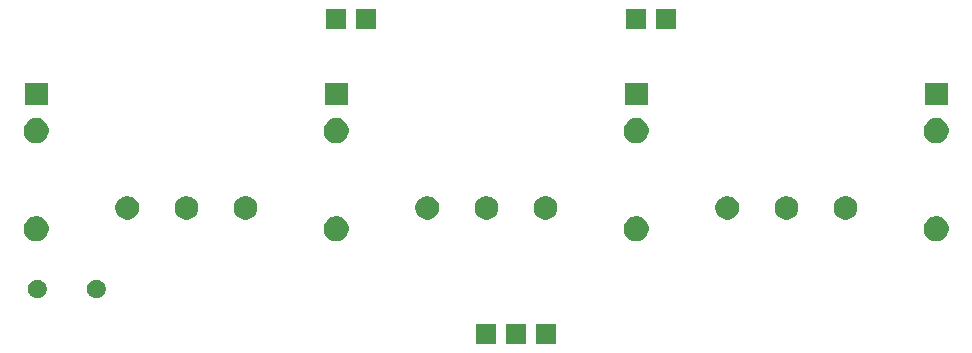
<source format=gbr>
G04 #@! TF.GenerationSoftware,KiCad,Pcbnew,(5.0.2)-1*
G04 #@! TF.CreationDate,2019-05-02T00:13:42-05:00*
G04 #@! TF.ProjectId,vcaControl,76636143-6f6e-4747-926f-6c2e6b696361,rev?*
G04 #@! TF.SameCoordinates,Original*
G04 #@! TF.FileFunction,Soldermask,Bot*
G04 #@! TF.FilePolarity,Negative*
%FSLAX46Y46*%
G04 Gerber Fmt 4.6, Leading zero omitted, Abs format (unit mm)*
G04 Created by KiCad (PCBNEW (5.0.2)-1) date 5/2/2019 12:13:42 AM*
%MOMM*%
%LPD*%
G01*
G04 APERTURE LIST*
%ADD10C,0.100000*%
G04 APERTURE END LIST*
D10*
G36*
X138010000Y-124040000D02*
X136310000Y-124040000D01*
X136310000Y-122340000D01*
X138010000Y-122340000D01*
X138010000Y-124040000D01*
X138010000Y-124040000D01*
G37*
G36*
X143090000Y-124040000D02*
X141390000Y-124040000D01*
X141390000Y-122340000D01*
X143090000Y-122340000D01*
X143090000Y-124040000D01*
X143090000Y-124040000D01*
G37*
G36*
X140550000Y-124040000D02*
X138850000Y-124040000D01*
X138850000Y-122340000D01*
X140550000Y-122340000D01*
X140550000Y-124040000D01*
X140550000Y-124040000D01*
G37*
G36*
X99373352Y-118610743D02*
X99518941Y-118671048D01*
X99649973Y-118758601D01*
X99761399Y-118870027D01*
X99848952Y-119001059D01*
X99909257Y-119146648D01*
X99940000Y-119301205D01*
X99940000Y-119458795D01*
X99909257Y-119613352D01*
X99848952Y-119758941D01*
X99761399Y-119889973D01*
X99649973Y-120001399D01*
X99518941Y-120088952D01*
X99373352Y-120149257D01*
X99218795Y-120180000D01*
X99061205Y-120180000D01*
X98906648Y-120149257D01*
X98761059Y-120088952D01*
X98630027Y-120001399D01*
X98518601Y-119889973D01*
X98431048Y-119758941D01*
X98370743Y-119613352D01*
X98340000Y-119458795D01*
X98340000Y-119301205D01*
X98370743Y-119146648D01*
X98431048Y-119001059D01*
X98518601Y-118870027D01*
X98630027Y-118758601D01*
X98761059Y-118671048D01*
X98906648Y-118610743D01*
X99061205Y-118580000D01*
X99218795Y-118580000D01*
X99373352Y-118610743D01*
X99373352Y-118610743D01*
G37*
G36*
X104373352Y-118610743D02*
X104518941Y-118671048D01*
X104649973Y-118758601D01*
X104761399Y-118870027D01*
X104848952Y-119001059D01*
X104909257Y-119146648D01*
X104940000Y-119301205D01*
X104940000Y-119458795D01*
X104909257Y-119613352D01*
X104848952Y-119758941D01*
X104761399Y-119889973D01*
X104649973Y-120001399D01*
X104518941Y-120088952D01*
X104373352Y-120149257D01*
X104218795Y-120180000D01*
X104061205Y-120180000D01*
X103906648Y-120149257D01*
X103761059Y-120088952D01*
X103630027Y-120001399D01*
X103518601Y-119889973D01*
X103431048Y-119758941D01*
X103370743Y-119613352D01*
X103340000Y-119458795D01*
X103340000Y-119301205D01*
X103370743Y-119146648D01*
X103431048Y-119001059D01*
X103518601Y-118870027D01*
X103630027Y-118758601D01*
X103761059Y-118671048D01*
X103906648Y-118610743D01*
X104061205Y-118580000D01*
X104218795Y-118580000D01*
X104373352Y-118610743D01*
X104373352Y-118610743D01*
G37*
G36*
X175447195Y-113221371D02*
X175570649Y-113245927D01*
X175764467Y-113326209D01*
X175938111Y-113442235D01*
X175938901Y-113442763D01*
X176087237Y-113591099D01*
X176087239Y-113591102D01*
X176203791Y-113765533D01*
X176284073Y-113959351D01*
X176325000Y-114165107D01*
X176325000Y-114374893D01*
X176284073Y-114580649D01*
X176203791Y-114774467D01*
X176087765Y-114948111D01*
X176087237Y-114948901D01*
X175938901Y-115097237D01*
X175938898Y-115097239D01*
X175764467Y-115213791D01*
X175570649Y-115294073D01*
X175447195Y-115318629D01*
X175364895Y-115335000D01*
X175155105Y-115335000D01*
X175072805Y-115318629D01*
X174949351Y-115294073D01*
X174755533Y-115213791D01*
X174581102Y-115097239D01*
X174581099Y-115097237D01*
X174432763Y-114948901D01*
X174432235Y-114948111D01*
X174316209Y-114774467D01*
X174235927Y-114580649D01*
X174195000Y-114374893D01*
X174195000Y-114165107D01*
X174235927Y-113959351D01*
X174316209Y-113765533D01*
X174432761Y-113591102D01*
X174432763Y-113591099D01*
X174581099Y-113442763D01*
X174581889Y-113442235D01*
X174755533Y-113326209D01*
X174949351Y-113245927D01*
X175072805Y-113221371D01*
X175155105Y-113205000D01*
X175364895Y-113205000D01*
X175447195Y-113221371D01*
X175447195Y-113221371D01*
G37*
G36*
X99247195Y-113221371D02*
X99370649Y-113245927D01*
X99564467Y-113326209D01*
X99738111Y-113442235D01*
X99738901Y-113442763D01*
X99887237Y-113591099D01*
X99887239Y-113591102D01*
X100003791Y-113765533D01*
X100084073Y-113959351D01*
X100125000Y-114165107D01*
X100125000Y-114374893D01*
X100084073Y-114580649D01*
X100003791Y-114774467D01*
X99887765Y-114948111D01*
X99887237Y-114948901D01*
X99738901Y-115097237D01*
X99738898Y-115097239D01*
X99564467Y-115213791D01*
X99370649Y-115294073D01*
X99247195Y-115318629D01*
X99164895Y-115335000D01*
X98955105Y-115335000D01*
X98872805Y-115318629D01*
X98749351Y-115294073D01*
X98555533Y-115213791D01*
X98381102Y-115097239D01*
X98381099Y-115097237D01*
X98232763Y-114948901D01*
X98232235Y-114948111D01*
X98116209Y-114774467D01*
X98035927Y-114580649D01*
X97995000Y-114374893D01*
X97995000Y-114165107D01*
X98035927Y-113959351D01*
X98116209Y-113765533D01*
X98232761Y-113591102D01*
X98232763Y-113591099D01*
X98381099Y-113442763D01*
X98381889Y-113442235D01*
X98555533Y-113326209D01*
X98749351Y-113245927D01*
X98872805Y-113221371D01*
X98955105Y-113205000D01*
X99164895Y-113205000D01*
X99247195Y-113221371D01*
X99247195Y-113221371D01*
G37*
G36*
X150047195Y-113221371D02*
X150170649Y-113245927D01*
X150364467Y-113326209D01*
X150538111Y-113442235D01*
X150538901Y-113442763D01*
X150687237Y-113591099D01*
X150687239Y-113591102D01*
X150803791Y-113765533D01*
X150884073Y-113959351D01*
X150925000Y-114165107D01*
X150925000Y-114374893D01*
X150884073Y-114580649D01*
X150803791Y-114774467D01*
X150687765Y-114948111D01*
X150687237Y-114948901D01*
X150538901Y-115097237D01*
X150538898Y-115097239D01*
X150364467Y-115213791D01*
X150170649Y-115294073D01*
X150047195Y-115318629D01*
X149964895Y-115335000D01*
X149755105Y-115335000D01*
X149672805Y-115318629D01*
X149549351Y-115294073D01*
X149355533Y-115213791D01*
X149181102Y-115097239D01*
X149181099Y-115097237D01*
X149032763Y-114948901D01*
X149032235Y-114948111D01*
X148916209Y-114774467D01*
X148835927Y-114580649D01*
X148795000Y-114374893D01*
X148795000Y-114165107D01*
X148835927Y-113959351D01*
X148916209Y-113765533D01*
X149032761Y-113591102D01*
X149032763Y-113591099D01*
X149181099Y-113442763D01*
X149181889Y-113442235D01*
X149355533Y-113326209D01*
X149549351Y-113245927D01*
X149672805Y-113221371D01*
X149755105Y-113205000D01*
X149964895Y-113205000D01*
X150047195Y-113221371D01*
X150047195Y-113221371D01*
G37*
G36*
X124647195Y-113221371D02*
X124770649Y-113245927D01*
X124964467Y-113326209D01*
X125138111Y-113442235D01*
X125138901Y-113442763D01*
X125287237Y-113591099D01*
X125287239Y-113591102D01*
X125403791Y-113765533D01*
X125484073Y-113959351D01*
X125525000Y-114165107D01*
X125525000Y-114374893D01*
X125484073Y-114580649D01*
X125403791Y-114774467D01*
X125287765Y-114948111D01*
X125287237Y-114948901D01*
X125138901Y-115097237D01*
X125138898Y-115097239D01*
X124964467Y-115213791D01*
X124770649Y-115294073D01*
X124647195Y-115318629D01*
X124564895Y-115335000D01*
X124355105Y-115335000D01*
X124272805Y-115318629D01*
X124149351Y-115294073D01*
X123955533Y-115213791D01*
X123781102Y-115097239D01*
X123781099Y-115097237D01*
X123632763Y-114948901D01*
X123632235Y-114948111D01*
X123516209Y-114774467D01*
X123435927Y-114580649D01*
X123395000Y-114374893D01*
X123395000Y-114165107D01*
X123435927Y-113959351D01*
X123516209Y-113765533D01*
X123632761Y-113591102D01*
X123632763Y-113591099D01*
X123781099Y-113442763D01*
X123781889Y-113442235D01*
X123955533Y-113326209D01*
X124149351Y-113245927D01*
X124272805Y-113221371D01*
X124355105Y-113205000D01*
X124564895Y-113205000D01*
X124647195Y-113221371D01*
X124647195Y-113221371D01*
G37*
G36*
X112051538Y-111558919D02*
X112233437Y-111634264D01*
X112397141Y-111743648D01*
X112536352Y-111882859D01*
X112645736Y-112046563D01*
X112721081Y-112228462D01*
X112759490Y-112421557D01*
X112759490Y-112618443D01*
X112721081Y-112811538D01*
X112645736Y-112993437D01*
X112536352Y-113157141D01*
X112397141Y-113296352D01*
X112233437Y-113405736D01*
X112051538Y-113481081D01*
X111858443Y-113519490D01*
X111661557Y-113519490D01*
X111468462Y-113481081D01*
X111286563Y-113405736D01*
X111122859Y-113296352D01*
X110983648Y-113157141D01*
X110874264Y-112993437D01*
X110798919Y-112811538D01*
X110760510Y-112618443D01*
X110760510Y-112421557D01*
X110798919Y-112228462D01*
X110874264Y-112046563D01*
X110983648Y-111882859D01*
X111122859Y-111743648D01*
X111286563Y-111634264D01*
X111468462Y-111558919D01*
X111661557Y-111520510D01*
X111858443Y-111520510D01*
X112051538Y-111558919D01*
X112051538Y-111558919D01*
G37*
G36*
X142451538Y-111558919D02*
X142633437Y-111634264D01*
X142797141Y-111743648D01*
X142936352Y-111882859D01*
X143045736Y-112046563D01*
X143121081Y-112228462D01*
X143159490Y-112421557D01*
X143159490Y-112618443D01*
X143121081Y-112811538D01*
X143045736Y-112993437D01*
X142936352Y-113157141D01*
X142797141Y-113296352D01*
X142633437Y-113405736D01*
X142451538Y-113481081D01*
X142258443Y-113519490D01*
X142061557Y-113519490D01*
X141868462Y-113481081D01*
X141686563Y-113405736D01*
X141522859Y-113296352D01*
X141383648Y-113157141D01*
X141274264Y-112993437D01*
X141198919Y-112811538D01*
X141160510Y-112618443D01*
X141160510Y-112421557D01*
X141198919Y-112228462D01*
X141274264Y-112046563D01*
X141383648Y-111882859D01*
X141522859Y-111743648D01*
X141686563Y-111634264D01*
X141868462Y-111558919D01*
X142061557Y-111520510D01*
X142258443Y-111520510D01*
X142451538Y-111558919D01*
X142451538Y-111558919D01*
G37*
G36*
X132451538Y-111558919D02*
X132633437Y-111634264D01*
X132797141Y-111743648D01*
X132936352Y-111882859D01*
X133045736Y-112046563D01*
X133121081Y-112228462D01*
X133159490Y-112421557D01*
X133159490Y-112618443D01*
X133121081Y-112811538D01*
X133045736Y-112993437D01*
X132936352Y-113157141D01*
X132797141Y-113296352D01*
X132633437Y-113405736D01*
X132451538Y-113481081D01*
X132258443Y-113519490D01*
X132061557Y-113519490D01*
X131868462Y-113481081D01*
X131686563Y-113405736D01*
X131522859Y-113296352D01*
X131383648Y-113157141D01*
X131274264Y-112993437D01*
X131198919Y-112811538D01*
X131160510Y-112618443D01*
X131160510Y-112421557D01*
X131198919Y-112228462D01*
X131274264Y-112046563D01*
X131383648Y-111882859D01*
X131522859Y-111743648D01*
X131686563Y-111634264D01*
X131868462Y-111558919D01*
X132061557Y-111520510D01*
X132258443Y-111520510D01*
X132451538Y-111558919D01*
X132451538Y-111558919D01*
G37*
G36*
X107051538Y-111558919D02*
X107233437Y-111634264D01*
X107397141Y-111743648D01*
X107536352Y-111882859D01*
X107645736Y-112046563D01*
X107721081Y-112228462D01*
X107759490Y-112421557D01*
X107759490Y-112618443D01*
X107721081Y-112811538D01*
X107645736Y-112993437D01*
X107536352Y-113157141D01*
X107397141Y-113296352D01*
X107233437Y-113405736D01*
X107051538Y-113481081D01*
X106858443Y-113519490D01*
X106661557Y-113519490D01*
X106468462Y-113481081D01*
X106286563Y-113405736D01*
X106122859Y-113296352D01*
X105983648Y-113157141D01*
X105874264Y-112993437D01*
X105798919Y-112811538D01*
X105760510Y-112618443D01*
X105760510Y-112421557D01*
X105798919Y-112228462D01*
X105874264Y-112046563D01*
X105983648Y-111882859D01*
X106122859Y-111743648D01*
X106286563Y-111634264D01*
X106468462Y-111558919D01*
X106661557Y-111520510D01*
X106858443Y-111520510D01*
X107051538Y-111558919D01*
X107051538Y-111558919D01*
G37*
G36*
X167851538Y-111558919D02*
X168033437Y-111634264D01*
X168197141Y-111743648D01*
X168336352Y-111882859D01*
X168445736Y-112046563D01*
X168521081Y-112228462D01*
X168559490Y-112421557D01*
X168559490Y-112618443D01*
X168521081Y-112811538D01*
X168445736Y-112993437D01*
X168336352Y-113157141D01*
X168197141Y-113296352D01*
X168033437Y-113405736D01*
X167851538Y-113481081D01*
X167658443Y-113519490D01*
X167461557Y-113519490D01*
X167268462Y-113481081D01*
X167086563Y-113405736D01*
X166922859Y-113296352D01*
X166783648Y-113157141D01*
X166674264Y-112993437D01*
X166598919Y-112811538D01*
X166560510Y-112618443D01*
X166560510Y-112421557D01*
X166598919Y-112228462D01*
X166674264Y-112046563D01*
X166783648Y-111882859D01*
X166922859Y-111743648D01*
X167086563Y-111634264D01*
X167268462Y-111558919D01*
X167461557Y-111520510D01*
X167658443Y-111520510D01*
X167851538Y-111558919D01*
X167851538Y-111558919D01*
G37*
G36*
X157851538Y-111558919D02*
X158033437Y-111634264D01*
X158197141Y-111743648D01*
X158336352Y-111882859D01*
X158445736Y-112046563D01*
X158521081Y-112228462D01*
X158559490Y-112421557D01*
X158559490Y-112618443D01*
X158521081Y-112811538D01*
X158445736Y-112993437D01*
X158336352Y-113157141D01*
X158197141Y-113296352D01*
X158033437Y-113405736D01*
X157851538Y-113481081D01*
X157658443Y-113519490D01*
X157461557Y-113519490D01*
X157268462Y-113481081D01*
X157086563Y-113405736D01*
X156922859Y-113296352D01*
X156783648Y-113157141D01*
X156674264Y-112993437D01*
X156598919Y-112811538D01*
X156560510Y-112618443D01*
X156560510Y-112421557D01*
X156598919Y-112228462D01*
X156674264Y-112046563D01*
X156783648Y-111882859D01*
X156922859Y-111743648D01*
X157086563Y-111634264D01*
X157268462Y-111558919D01*
X157461557Y-111520510D01*
X157658443Y-111520510D01*
X157851538Y-111558919D01*
X157851538Y-111558919D01*
G37*
G36*
X117051538Y-111558919D02*
X117233437Y-111634264D01*
X117397141Y-111743648D01*
X117536352Y-111882859D01*
X117645736Y-112046563D01*
X117721081Y-112228462D01*
X117759490Y-112421557D01*
X117759490Y-112618443D01*
X117721081Y-112811538D01*
X117645736Y-112993437D01*
X117536352Y-113157141D01*
X117397141Y-113296352D01*
X117233437Y-113405736D01*
X117051538Y-113481081D01*
X116858443Y-113519490D01*
X116661557Y-113519490D01*
X116468462Y-113481081D01*
X116286563Y-113405736D01*
X116122859Y-113296352D01*
X115983648Y-113157141D01*
X115874264Y-112993437D01*
X115798919Y-112811538D01*
X115760510Y-112618443D01*
X115760510Y-112421557D01*
X115798919Y-112228462D01*
X115874264Y-112046563D01*
X115983648Y-111882859D01*
X116122859Y-111743648D01*
X116286563Y-111634264D01*
X116468462Y-111558919D01*
X116661557Y-111520510D01*
X116858443Y-111520510D01*
X117051538Y-111558919D01*
X117051538Y-111558919D01*
G37*
G36*
X137451538Y-111558919D02*
X137633437Y-111634264D01*
X137797141Y-111743648D01*
X137936352Y-111882859D01*
X138045736Y-112046563D01*
X138121081Y-112228462D01*
X138159490Y-112421557D01*
X138159490Y-112618443D01*
X138121081Y-112811538D01*
X138045736Y-112993437D01*
X137936352Y-113157141D01*
X137797141Y-113296352D01*
X137633437Y-113405736D01*
X137451538Y-113481081D01*
X137258443Y-113519490D01*
X137061557Y-113519490D01*
X136868462Y-113481081D01*
X136686563Y-113405736D01*
X136522859Y-113296352D01*
X136383648Y-113157141D01*
X136274264Y-112993437D01*
X136198919Y-112811538D01*
X136160510Y-112618443D01*
X136160510Y-112421557D01*
X136198919Y-112228462D01*
X136274264Y-112046563D01*
X136383648Y-111882859D01*
X136522859Y-111743648D01*
X136686563Y-111634264D01*
X136868462Y-111558919D01*
X137061557Y-111520510D01*
X137258443Y-111520510D01*
X137451538Y-111558919D01*
X137451538Y-111558919D01*
G37*
G36*
X162851538Y-111558919D02*
X163033437Y-111634264D01*
X163197141Y-111743648D01*
X163336352Y-111882859D01*
X163445736Y-112046563D01*
X163521081Y-112228462D01*
X163559490Y-112421557D01*
X163559490Y-112618443D01*
X163521081Y-112811538D01*
X163445736Y-112993437D01*
X163336352Y-113157141D01*
X163197141Y-113296352D01*
X163033437Y-113405736D01*
X162851538Y-113481081D01*
X162658443Y-113519490D01*
X162461557Y-113519490D01*
X162268462Y-113481081D01*
X162086563Y-113405736D01*
X161922859Y-113296352D01*
X161783648Y-113157141D01*
X161674264Y-112993437D01*
X161598919Y-112811538D01*
X161560510Y-112618443D01*
X161560510Y-112421557D01*
X161598919Y-112228462D01*
X161674264Y-112046563D01*
X161783648Y-111882859D01*
X161922859Y-111743648D01*
X162086563Y-111634264D01*
X162268462Y-111558919D01*
X162461557Y-111520510D01*
X162658443Y-111520510D01*
X162851538Y-111558919D01*
X162851538Y-111558919D01*
G37*
G36*
X124647195Y-104921371D02*
X124770649Y-104945927D01*
X124964467Y-105026209D01*
X125138111Y-105142235D01*
X125138901Y-105142763D01*
X125287237Y-105291099D01*
X125287239Y-105291102D01*
X125403791Y-105465533D01*
X125484073Y-105659351D01*
X125525000Y-105865107D01*
X125525000Y-106074893D01*
X125484073Y-106280649D01*
X125403791Y-106474467D01*
X125287765Y-106648111D01*
X125287237Y-106648901D01*
X125138901Y-106797237D01*
X125138898Y-106797239D01*
X124964467Y-106913791D01*
X124770649Y-106994073D01*
X124647195Y-107018629D01*
X124564895Y-107035000D01*
X124355105Y-107035000D01*
X124272805Y-107018629D01*
X124149351Y-106994073D01*
X123955533Y-106913791D01*
X123781102Y-106797239D01*
X123781099Y-106797237D01*
X123632763Y-106648901D01*
X123632235Y-106648111D01*
X123516209Y-106474467D01*
X123435927Y-106280649D01*
X123395000Y-106074893D01*
X123395000Y-105865107D01*
X123435927Y-105659351D01*
X123516209Y-105465533D01*
X123632761Y-105291102D01*
X123632763Y-105291099D01*
X123781099Y-105142763D01*
X123781889Y-105142235D01*
X123955533Y-105026209D01*
X124149351Y-104945927D01*
X124272805Y-104921371D01*
X124355105Y-104905000D01*
X124564895Y-104905000D01*
X124647195Y-104921371D01*
X124647195Y-104921371D01*
G37*
G36*
X150047195Y-104921371D02*
X150170649Y-104945927D01*
X150364467Y-105026209D01*
X150538111Y-105142235D01*
X150538901Y-105142763D01*
X150687237Y-105291099D01*
X150687239Y-105291102D01*
X150803791Y-105465533D01*
X150884073Y-105659351D01*
X150925000Y-105865107D01*
X150925000Y-106074893D01*
X150884073Y-106280649D01*
X150803791Y-106474467D01*
X150687765Y-106648111D01*
X150687237Y-106648901D01*
X150538901Y-106797237D01*
X150538898Y-106797239D01*
X150364467Y-106913791D01*
X150170649Y-106994073D01*
X150047195Y-107018629D01*
X149964895Y-107035000D01*
X149755105Y-107035000D01*
X149672805Y-107018629D01*
X149549351Y-106994073D01*
X149355533Y-106913791D01*
X149181102Y-106797239D01*
X149181099Y-106797237D01*
X149032763Y-106648901D01*
X149032235Y-106648111D01*
X148916209Y-106474467D01*
X148835927Y-106280649D01*
X148795000Y-106074893D01*
X148795000Y-105865107D01*
X148835927Y-105659351D01*
X148916209Y-105465533D01*
X149032761Y-105291102D01*
X149032763Y-105291099D01*
X149181099Y-105142763D01*
X149181889Y-105142235D01*
X149355533Y-105026209D01*
X149549351Y-104945927D01*
X149672805Y-104921371D01*
X149755105Y-104905000D01*
X149964895Y-104905000D01*
X150047195Y-104921371D01*
X150047195Y-104921371D01*
G37*
G36*
X175447195Y-104921371D02*
X175570649Y-104945927D01*
X175764467Y-105026209D01*
X175938111Y-105142235D01*
X175938901Y-105142763D01*
X176087237Y-105291099D01*
X176087239Y-105291102D01*
X176203791Y-105465533D01*
X176284073Y-105659351D01*
X176325000Y-105865107D01*
X176325000Y-106074893D01*
X176284073Y-106280649D01*
X176203791Y-106474467D01*
X176087765Y-106648111D01*
X176087237Y-106648901D01*
X175938901Y-106797237D01*
X175938898Y-106797239D01*
X175764467Y-106913791D01*
X175570649Y-106994073D01*
X175447195Y-107018629D01*
X175364895Y-107035000D01*
X175155105Y-107035000D01*
X175072805Y-107018629D01*
X174949351Y-106994073D01*
X174755533Y-106913791D01*
X174581102Y-106797239D01*
X174581099Y-106797237D01*
X174432763Y-106648901D01*
X174432235Y-106648111D01*
X174316209Y-106474467D01*
X174235927Y-106280649D01*
X174195000Y-106074893D01*
X174195000Y-105865107D01*
X174235927Y-105659351D01*
X174316209Y-105465533D01*
X174432761Y-105291102D01*
X174432763Y-105291099D01*
X174581099Y-105142763D01*
X174581889Y-105142235D01*
X174755533Y-105026209D01*
X174949351Y-104945927D01*
X175072805Y-104921371D01*
X175155105Y-104905000D01*
X175364895Y-104905000D01*
X175447195Y-104921371D01*
X175447195Y-104921371D01*
G37*
G36*
X99247195Y-104921371D02*
X99370649Y-104945927D01*
X99564467Y-105026209D01*
X99738111Y-105142235D01*
X99738901Y-105142763D01*
X99887237Y-105291099D01*
X99887239Y-105291102D01*
X100003791Y-105465533D01*
X100084073Y-105659351D01*
X100125000Y-105865107D01*
X100125000Y-106074893D01*
X100084073Y-106280649D01*
X100003791Y-106474467D01*
X99887765Y-106648111D01*
X99887237Y-106648901D01*
X99738901Y-106797237D01*
X99738898Y-106797239D01*
X99564467Y-106913791D01*
X99370649Y-106994073D01*
X99247195Y-107018629D01*
X99164895Y-107035000D01*
X98955105Y-107035000D01*
X98872805Y-107018629D01*
X98749351Y-106994073D01*
X98555533Y-106913791D01*
X98381102Y-106797239D01*
X98381099Y-106797237D01*
X98232763Y-106648901D01*
X98232235Y-106648111D01*
X98116209Y-106474467D01*
X98035927Y-106280649D01*
X97995000Y-106074893D01*
X97995000Y-105865107D01*
X98035927Y-105659351D01*
X98116209Y-105465533D01*
X98232761Y-105291102D01*
X98232763Y-105291099D01*
X98381099Y-105142763D01*
X98381889Y-105142235D01*
X98555533Y-105026209D01*
X98749351Y-104945927D01*
X98872805Y-104921371D01*
X98955105Y-104905000D01*
X99164895Y-104905000D01*
X99247195Y-104921371D01*
X99247195Y-104921371D01*
G37*
G36*
X150825000Y-103785000D02*
X148895000Y-103785000D01*
X148895000Y-101955000D01*
X150825000Y-101955000D01*
X150825000Y-103785000D01*
X150825000Y-103785000D01*
G37*
G36*
X100025000Y-103785000D02*
X98095000Y-103785000D01*
X98095000Y-101955000D01*
X100025000Y-101955000D01*
X100025000Y-103785000D01*
X100025000Y-103785000D01*
G37*
G36*
X125425000Y-103785000D02*
X123495000Y-103785000D01*
X123495000Y-101955000D01*
X125425000Y-101955000D01*
X125425000Y-103785000D01*
X125425000Y-103785000D01*
G37*
G36*
X176225000Y-103785000D02*
X174295000Y-103785000D01*
X174295000Y-101955000D01*
X176225000Y-101955000D01*
X176225000Y-103785000D01*
X176225000Y-103785000D01*
G37*
G36*
X127850000Y-97370000D02*
X126150000Y-97370000D01*
X126150000Y-95670000D01*
X127850000Y-95670000D01*
X127850000Y-97370000D01*
X127850000Y-97370000D01*
G37*
G36*
X153250000Y-97370000D02*
X151550000Y-97370000D01*
X151550000Y-95670000D01*
X153250000Y-95670000D01*
X153250000Y-97370000D01*
X153250000Y-97370000D01*
G37*
G36*
X125310000Y-97370000D02*
X123610000Y-97370000D01*
X123610000Y-95670000D01*
X125310000Y-95670000D01*
X125310000Y-97370000D01*
X125310000Y-97370000D01*
G37*
G36*
X150710000Y-97370000D02*
X149010000Y-97370000D01*
X149010000Y-95670000D01*
X150710000Y-95670000D01*
X150710000Y-97370000D01*
X150710000Y-97370000D01*
G37*
M02*

</source>
